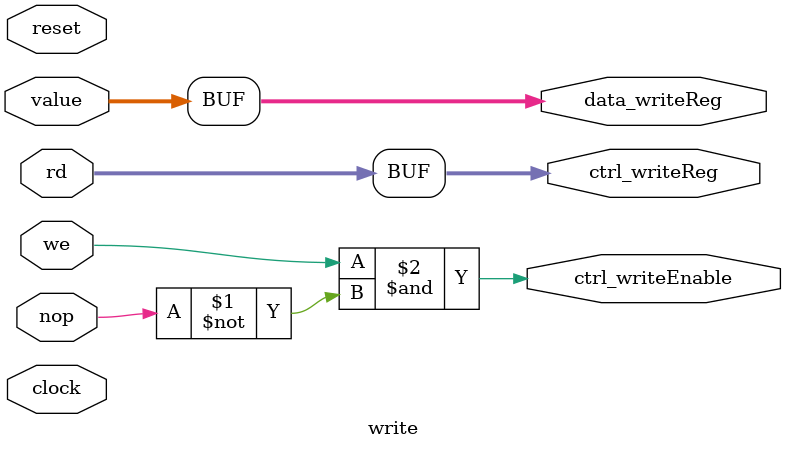
<source format=v>
module write(

clock, reset,

//pc, 

nop,

value,

//opcode,


//num_reg is rd   


rd,//rs,rt,target, imm, shamt, aluop,

we,


ctrl_writeReg,

data_writeReg,

ctrl_writeEnable

);



input clock, reset;

//input [11:0] pc;

input nop;

input we;



//input r_type, i_type, ji_type, jii_type;

input [4:0] rd;//,rs,rt,target, imm, shamt, aluop, opcode;


input[31:0] value;





output[31:0] data_writeReg;

output ctrl_writeEnable;

output[4:0] ctrl_writeReg;




// 00000 alu_opration

// 00101 addi

// 01000 sw


//wire alu_opration,addi,sw;
//
//assign alu_opration = ~(opcode[4] | opcode[3] | opcode[2] | opcode[1] | opcode[0]);
//
//assign addi = (~opcode[4]) & (~opcode[3]) & opcode[2] & (~opcode[1]) & opcode[0];
//
//assign sw = (~opcode[4]) & opcode[3] & (~opcode[2]) & (~opcode[1]) & (~opcode[0]);


assign ctrl_writeEnable = we & (~nop);//alu_opration | addi | sw;

assign data_writeReg = value;

assign ctrl_writeReg = rd;




endmodule

</source>
